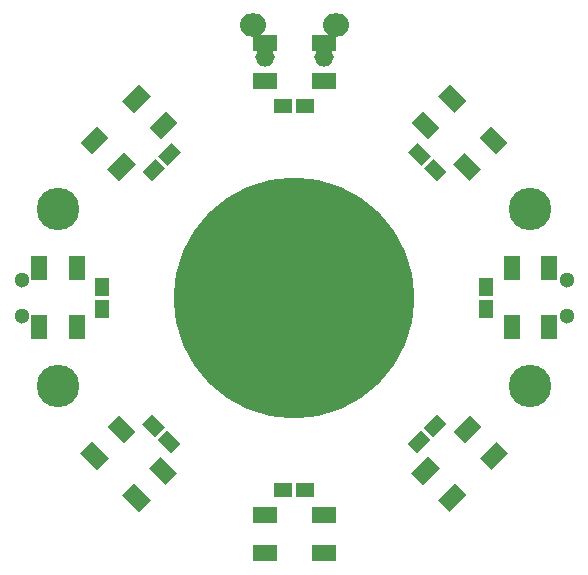
<source format=gbr>
G04 #@! TF.FileFunction,Soldermask,Bot*
%FSLAX46Y46*%
G04 Gerber Fmt 4.6, Leading zero omitted, Abs format (unit mm)*
G04 Created by KiCad (PCBNEW 4.0.2+dfsg1-stable) date Mon 17 Oct 2016 06:19:30 PM CST*
%MOMM*%
G01*
G04 APERTURE LIST*
%ADD10C,0.100000*%
%ADD11C,20.400000*%
%ADD12R,1.600000X1.150000*%
%ADD13R,1.150000X1.600000*%
%ADD14O,1.650000X1.650000*%
%ADD15O,2.200000X1.950000*%
%ADD16C,1.300000*%
%ADD17R,2.000000X1.400000*%
%ADD18R,1.400000X2.000000*%
%ADD19C,3.600000*%
G04 APERTURE END LIST*
D10*
D11*
X100000000Y-100000000D03*
D12*
X100950000Y-116250000D03*
X99050000Y-116250000D03*
D10*
G36*
X112080850Y-109855977D02*
X112894023Y-110669150D01*
X111762652Y-111800521D01*
X110949479Y-110987348D01*
X112080850Y-109855977D01*
X112080850Y-109855977D01*
G37*
G36*
X110737348Y-111199479D02*
X111550521Y-112012652D01*
X110419150Y-113144023D01*
X109605977Y-112330850D01*
X110737348Y-111199479D01*
X110737348Y-111199479D01*
G37*
D13*
X116250000Y-99050000D03*
X116250000Y-100950000D03*
D10*
G36*
X109605977Y-87669150D02*
X110419150Y-86855977D01*
X111550521Y-87987348D01*
X110737348Y-88800521D01*
X109605977Y-87669150D01*
X109605977Y-87669150D01*
G37*
G36*
X110949479Y-89012652D02*
X111762652Y-88199479D01*
X112894023Y-89330850D01*
X112080850Y-90144023D01*
X110949479Y-89012652D01*
X110949479Y-89012652D01*
G37*
D12*
X99050000Y-83750000D03*
X100950000Y-83750000D03*
D10*
G36*
X87919150Y-90144023D02*
X87105977Y-89330850D01*
X88237348Y-88199479D01*
X89050521Y-89012652D01*
X87919150Y-90144023D01*
X87919150Y-90144023D01*
G37*
G36*
X89262652Y-88800521D02*
X88449479Y-87987348D01*
X89580850Y-86855977D01*
X90394023Y-87669150D01*
X89262652Y-88800521D01*
X89262652Y-88800521D01*
G37*
D13*
X83750000Y-100950000D03*
X83750000Y-99050000D03*
D10*
G36*
X90394023Y-112330850D02*
X89580850Y-113144023D01*
X88449479Y-112012652D01*
X89262652Y-111199479D01*
X90394023Y-112330850D01*
X90394023Y-112330850D01*
G37*
G36*
X89050521Y-110987348D02*
X88237348Y-111800521D01*
X87105977Y-110669150D01*
X87919150Y-109855977D01*
X89050521Y-110987348D01*
X89050521Y-110987348D01*
G37*
D14*
X102500900Y-79562540D03*
X97500900Y-79562540D03*
D15*
X103500900Y-76862540D03*
X96500900Y-76862540D03*
D16*
X123075000Y-101500000D03*
X123075000Y-98500000D03*
X76925000Y-98500000D03*
X76925000Y-101500000D03*
D17*
X102500000Y-118400000D03*
X102500000Y-121600000D03*
X97500000Y-118400000D03*
X97500000Y-121600000D03*
D10*
G36*
X114424264Y-112302944D02*
X113434314Y-111312994D01*
X114848528Y-109898780D01*
X115838478Y-110888730D01*
X114424264Y-112302944D01*
X114424264Y-112302944D01*
G37*
G36*
X116687006Y-114565686D02*
X115697056Y-113575736D01*
X117111270Y-112161522D01*
X118101220Y-113151472D01*
X116687006Y-114565686D01*
X116687006Y-114565686D01*
G37*
G36*
X110888730Y-115838478D02*
X109898780Y-114848528D01*
X111312994Y-113434314D01*
X112302944Y-114424264D01*
X110888730Y-115838478D01*
X110888730Y-115838478D01*
G37*
G36*
X113151472Y-118101220D02*
X112161522Y-117111270D01*
X113575736Y-115697056D01*
X114565686Y-116687006D01*
X113151472Y-118101220D01*
X113151472Y-118101220D01*
G37*
D18*
X118400000Y-97500000D03*
X121600000Y-97500000D03*
X118400000Y-102500000D03*
X121600000Y-102500000D03*
D10*
G36*
X112302944Y-85575736D02*
X111312994Y-86565686D01*
X109898780Y-85151472D01*
X110888730Y-84161522D01*
X112302944Y-85575736D01*
X112302944Y-85575736D01*
G37*
G36*
X114565686Y-83312994D02*
X113575736Y-84302944D01*
X112161522Y-82888730D01*
X113151472Y-81898780D01*
X114565686Y-83312994D01*
X114565686Y-83312994D01*
G37*
G36*
X115838478Y-89111270D02*
X114848528Y-90101220D01*
X113434314Y-88687006D01*
X114424264Y-87697056D01*
X115838478Y-89111270D01*
X115838478Y-89111270D01*
G37*
G36*
X118101220Y-86848528D02*
X117111270Y-87838478D01*
X115697056Y-86424264D01*
X116687006Y-85434314D01*
X118101220Y-86848528D01*
X118101220Y-86848528D01*
G37*
D17*
X97500000Y-81600000D03*
X97500000Y-78400000D03*
X102500000Y-81600000D03*
X102500000Y-78400000D03*
D18*
X81600000Y-102500000D03*
X78400000Y-102500000D03*
X81600000Y-97500000D03*
X78400000Y-97500000D03*
D10*
G36*
X87697056Y-114424264D02*
X88687006Y-113434314D01*
X90101220Y-114848528D01*
X89111270Y-115838478D01*
X87697056Y-114424264D01*
X87697056Y-114424264D01*
G37*
G36*
X85434314Y-116687006D02*
X86424264Y-115697056D01*
X87838478Y-117111270D01*
X86848528Y-118101220D01*
X85434314Y-116687006D01*
X85434314Y-116687006D01*
G37*
G36*
X84161522Y-110888730D02*
X85151472Y-109898780D01*
X86565686Y-111312994D01*
X85575736Y-112302944D01*
X84161522Y-110888730D01*
X84161522Y-110888730D01*
G37*
G36*
X81898780Y-113151472D02*
X82888730Y-112161522D01*
X84302944Y-113575736D01*
X83312994Y-114565686D01*
X81898780Y-113151472D01*
X81898780Y-113151472D01*
G37*
G36*
X85575736Y-87697056D02*
X86565686Y-88687006D01*
X85151472Y-90101220D01*
X84161522Y-89111270D01*
X85575736Y-87697056D01*
X85575736Y-87697056D01*
G37*
G36*
X83312994Y-85434314D02*
X84302944Y-86424264D01*
X82888730Y-87838478D01*
X81898780Y-86848528D01*
X83312994Y-85434314D01*
X83312994Y-85434314D01*
G37*
G36*
X89111270Y-84161522D02*
X90101220Y-85151472D01*
X88687006Y-86565686D01*
X87697056Y-85575736D01*
X89111270Y-84161522D01*
X89111270Y-84161522D01*
G37*
G36*
X86848528Y-81898780D02*
X87838478Y-82888730D01*
X86424264Y-84302944D01*
X85434314Y-83312994D01*
X86848528Y-81898780D01*
X86848528Y-81898780D01*
G37*
D19*
X120000000Y-107500000D03*
X120000000Y-92500000D03*
X80000000Y-92500000D03*
X80000000Y-107500000D03*
M02*

</source>
